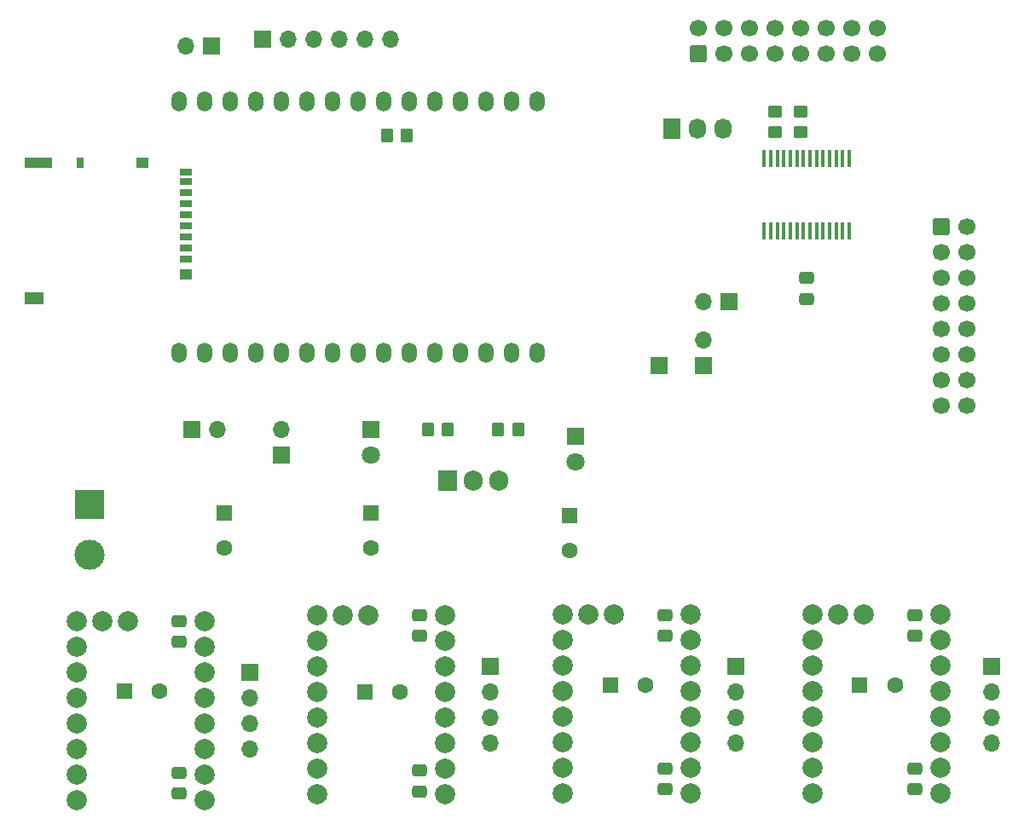
<source format=gbr>
%TF.GenerationSoftware,KiCad,Pcbnew,6.0.0-d3dd2cf0fa~116~ubuntu20.04.1*%
%TF.CreationDate,2022-01-03T23:27:22-03:00*%
%TF.ProjectId,CNC,434e432e-6b69-4636-9164-5f7063625858,1*%
%TF.SameCoordinates,Original*%
%TF.FileFunction,Soldermask,Top*%
%TF.FilePolarity,Negative*%
%FSLAX46Y46*%
G04 Gerber Fmt 4.6, Leading zero omitted, Abs format (unit mm)*
G04 Created by KiCad (PCBNEW 6.0.0-d3dd2cf0fa~116~ubuntu20.04.1) date 2022-01-03 23:27:22*
%MOMM*%
%LPD*%
G01*
G04 APERTURE LIST*
G04 Aperture macros list*
%AMRoundRect*
0 Rectangle with rounded corners*
0 $1 Rounding radius*
0 $2 $3 $4 $5 $6 $7 $8 $9 X,Y pos of 4 corners*
0 Add a 4 corners polygon primitive as box body*
4,1,4,$2,$3,$4,$5,$6,$7,$8,$9,$2,$3,0*
0 Add four circle primitives for the rounded corners*
1,1,$1+$1,$2,$3*
1,1,$1+$1,$4,$5*
1,1,$1+$1,$6,$7*
1,1,$1+$1,$8,$9*
0 Add four rect primitives between the rounded corners*
20,1,$1+$1,$2,$3,$4,$5,0*
20,1,$1+$1,$4,$5,$6,$7,0*
20,1,$1+$1,$6,$7,$8,$9,0*
20,1,$1+$1,$8,$9,$2,$3,0*%
G04 Aperture macros list end*
%ADD10O,1.500000X2.000000*%
%ADD11R,1.600000X1.600000*%
%ADD12C,1.600000*%
%ADD13R,1.905000X2.000000*%
%ADD14O,1.905000X2.000000*%
%ADD15RoundRect,0.250000X-0.450000X0.350000X-0.450000X-0.350000X0.450000X-0.350000X0.450000X0.350000X0*%
%ADD16R,1.800000X1.800000*%
%ADD17C,1.800000*%
%ADD18RoundRect,0.250000X-0.600000X-0.600000X0.600000X-0.600000X0.600000X0.600000X-0.600000X0.600000X0*%
%ADD19C,1.700000*%
%ADD20RoundRect,0.250000X-0.475000X0.337500X-0.475000X-0.337500X0.475000X-0.337500X0.475000X0.337500X0*%
%ADD21C,2.000000*%
%ADD22RoundRect,0.250000X-0.350000X-0.450000X0.350000X-0.450000X0.350000X0.450000X-0.350000X0.450000X0*%
%ADD23R,0.450000X1.750000*%
%ADD24R,1.700000X1.700000*%
%ADD25O,1.700000X1.700000*%
%ADD26RoundRect,0.250000X0.350000X0.450000X-0.350000X0.450000X-0.350000X-0.450000X0.350000X-0.450000X0*%
%ADD27R,3.000000X3.000000*%
%ADD28C,3.000000*%
%ADD29R,1.730000X2.030000*%
%ADD30O,1.730000X2.030000*%
%ADD31RoundRect,0.250000X0.600000X-0.600000X0.600000X0.600000X-0.600000X0.600000X-0.600000X-0.600000X0*%
%ADD32R,1.200000X0.700000*%
%ADD33R,0.800000X1.000000*%
%ADD34R,1.900000X1.300000*%
%ADD35R,1.200000X1.000000*%
%ADD36R,2.800000X1.000000*%
G04 APERTURE END LIST*
D10*
%TO.C,U2*%
X115505480Y-91262865D03*
X118045480Y-91262865D03*
X120585480Y-91262865D03*
X123125480Y-91262865D03*
X125665480Y-91262865D03*
X128205480Y-91262865D03*
X130745480Y-91262865D03*
X133285480Y-91262865D03*
X135825480Y-91262865D03*
X138365480Y-91262865D03*
X140905480Y-91262865D03*
X143445480Y-91262865D03*
X145985480Y-91262865D03*
X148525480Y-91262865D03*
X151065480Y-91262865D03*
X151065480Y-66262865D03*
X148525480Y-66262865D03*
X145985480Y-66262865D03*
X143445480Y-66262865D03*
X140905480Y-66262865D03*
X138365480Y-66262865D03*
X135825480Y-66262865D03*
X133285480Y-66262865D03*
X130745480Y-66262865D03*
X128205480Y-66262865D03*
X125665480Y-66262865D03*
X123125480Y-66262865D03*
X120585480Y-66262865D03*
X118045480Y-66262865D03*
X115505480Y-66262865D03*
%TD*%
D11*
%TO.C,C11*%
X158302829Y-124272865D03*
D12*
X161802829Y-124272865D03*
%TD*%
D13*
%TO.C,U1*%
X142175480Y-103962865D03*
D14*
X144715480Y-103962865D03*
X147255480Y-103962865D03*
%TD*%
D15*
%TO.C,R4*%
X177165000Y-67310000D03*
X177165000Y-69310000D03*
%TD*%
%TO.C,R5*%
X174625000Y-67310000D03*
X174625000Y-69310000D03*
%TD*%
D16*
%TO.C,D2*%
X154875480Y-99517865D03*
D17*
X154875480Y-102057865D03*
%TD*%
D11*
%TO.C,C3*%
X154240480Y-107390214D03*
D12*
X154240480Y-110890214D03*
%TD*%
D18*
%TO.C,J7*%
X191135000Y-78740000D03*
D19*
X193675000Y-78740000D03*
X191135000Y-81280000D03*
X193675000Y-81280000D03*
X191135000Y-83820000D03*
X193675000Y-83820000D03*
X191135000Y-86360000D03*
X193675000Y-86360000D03*
X191135000Y-88900000D03*
X193675000Y-88900000D03*
X191135000Y-91440000D03*
X193675000Y-91440000D03*
X191135000Y-93980000D03*
X193675000Y-93980000D03*
X191135000Y-96520000D03*
X193675000Y-96520000D03*
%TD*%
D20*
%TO.C,C7*%
X139383131Y-117297865D03*
X139383131Y-119372865D03*
%TD*%
D21*
%TO.C,U4*%
X178370480Y-117287865D03*
X178370480Y-119827865D03*
X178370480Y-122367865D03*
X178370480Y-124907865D03*
X178370480Y-127447865D03*
X178370480Y-129987865D03*
X178370480Y-132527865D03*
X178370480Y-135067865D03*
X191070480Y-135067865D03*
X191070480Y-132527865D03*
X191070480Y-129987865D03*
X191070480Y-127447865D03*
X191070480Y-124907865D03*
X191070480Y-122367865D03*
X191070480Y-119827865D03*
X191070480Y-117287865D03*
X183450480Y-117287865D03*
X180910480Y-117287865D03*
%TD*%
D22*
%TO.C,R3*%
X136095480Y-69672865D03*
X138095480Y-69672865D03*
%TD*%
D20*
%TO.C,C13*%
X163765480Y-132537865D03*
X163765480Y-134612865D03*
%TD*%
%TO.C,C8*%
X188530480Y-132537865D03*
X188530480Y-134612865D03*
%TD*%
D16*
%TO.C,D1*%
X134555480Y-98882865D03*
D17*
X134555480Y-101422865D03*
%TD*%
D23*
%TO.C,U7*%
X182025000Y-71965000D03*
X181375000Y-71965000D03*
X180725000Y-71965000D03*
X180075000Y-71965000D03*
X179425000Y-71965000D03*
X178775000Y-71965000D03*
X178125000Y-71965000D03*
X177475000Y-71965000D03*
X176825000Y-71965000D03*
X176175000Y-71965000D03*
X175525000Y-71965000D03*
X174875000Y-71965000D03*
X174225000Y-71965000D03*
X173575000Y-71965000D03*
X173575000Y-79165000D03*
X174225000Y-79165000D03*
X174875000Y-79165000D03*
X175525000Y-79165000D03*
X176175000Y-79165000D03*
X176825000Y-79165000D03*
X177475000Y-79165000D03*
X178125000Y-79165000D03*
X178775000Y-79165000D03*
X179425000Y-79165000D03*
X180075000Y-79165000D03*
X180725000Y-79165000D03*
X181375000Y-79165000D03*
X182025000Y-79165000D03*
%TD*%
D24*
%TO.C,JP2*%
X167575480Y-92537865D03*
D25*
X167575480Y-89997865D03*
%TD*%
D24*
%TO.C,MOT_Y1*%
X170750480Y-122377865D03*
D25*
X170750480Y-124917865D03*
X170750480Y-127457865D03*
X170750480Y-129997865D03*
%TD*%
D24*
%TO.C,MOT_Z1*%
X146368131Y-122387865D03*
D25*
X146368131Y-124927865D03*
X146368131Y-127467865D03*
X146368131Y-130007865D03*
%TD*%
D24*
%TO.C,J5*%
X118680480Y-60782865D03*
D25*
X116140480Y-60782865D03*
%TD*%
D21*
%TO.C,U6*%
X153605480Y-117287865D03*
X153605480Y-119827865D03*
X153605480Y-122367865D03*
X153605480Y-124907865D03*
X153605480Y-127447865D03*
X153605480Y-129987865D03*
X153605480Y-132527865D03*
X153605480Y-135067865D03*
X166305480Y-135067865D03*
X166305480Y-132527865D03*
X166305480Y-129987865D03*
X166305480Y-127447865D03*
X166305480Y-124907865D03*
X166305480Y-122367865D03*
X166305480Y-119827865D03*
X166305480Y-117287865D03*
X158685480Y-117287865D03*
X156145480Y-117287865D03*
%TD*%
D24*
%TO.C,J3*%
X123760480Y-60077865D03*
D25*
X126300480Y-60077865D03*
X128840480Y-60077865D03*
X131380480Y-60077865D03*
X133920480Y-60077865D03*
X136460480Y-60077865D03*
%TD*%
D26*
%TO.C,R1*%
X142175480Y-98882865D03*
X140175480Y-98882865D03*
%TD*%
D20*
%TO.C,C16*%
X177800000Y-83820000D03*
X177800000Y-85895000D03*
%TD*%
D24*
%TO.C,JP4*%
X125665480Y-101422865D03*
D25*
X125665480Y-98882865D03*
%TD*%
D27*
%TO.C,J1*%
X106615480Y-106330516D03*
D28*
X106615480Y-111330516D03*
%TD*%
D24*
%TO.C,MOT_A1*%
X122490480Y-123012865D03*
D25*
X122490480Y-125552865D03*
X122490480Y-128092865D03*
X122490480Y-130632865D03*
%TD*%
D11*
%TO.C,C2*%
X134555480Y-107137865D03*
D12*
X134555480Y-110637865D03*
%TD*%
D24*
%TO.C,J2*%
X163130480Y-92532865D03*
%TD*%
D20*
%TO.C,C14*%
X115505480Y-117922865D03*
X115505480Y-119997865D03*
%TD*%
%TO.C,C12*%
X115505480Y-132992865D03*
X115505480Y-135067865D03*
%TD*%
%TO.C,C15*%
X163765480Y-117297865D03*
X163765480Y-119372865D03*
%TD*%
D29*
%TO.C,J8*%
X164455000Y-69000000D03*
D30*
X166995000Y-69000000D03*
X169535000Y-69000000D03*
%TD*%
D22*
%TO.C,R2*%
X147160480Y-98882865D03*
X149160480Y-98882865D03*
%TD*%
D11*
%TO.C,C1*%
X119950480Y-107137865D03*
D12*
X119950480Y-110637865D03*
%TD*%
D31*
%TO.C,J6*%
X167005000Y-61540000D03*
D19*
X167005000Y-59000000D03*
X169545000Y-61540000D03*
X169545000Y-59000000D03*
X172085000Y-61540000D03*
X172085000Y-59000000D03*
X174625000Y-61540000D03*
X174625000Y-59000000D03*
X177165000Y-61540000D03*
X177165000Y-59000000D03*
X179705000Y-61540000D03*
X179705000Y-59000000D03*
X182245000Y-61540000D03*
X182245000Y-59000000D03*
X184785000Y-61540000D03*
X184785000Y-59000000D03*
%TD*%
D21*
%TO.C,U5*%
X105345480Y-117922865D03*
X105345480Y-120462865D03*
X105345480Y-123002865D03*
X105345480Y-125542865D03*
X105345480Y-128082865D03*
X105345480Y-130622865D03*
X105345480Y-133162865D03*
X105345480Y-135702865D03*
X118045480Y-135702865D03*
X118045480Y-133162865D03*
X118045480Y-130622865D03*
X118045480Y-128082865D03*
X118045480Y-125542865D03*
X118045480Y-123002865D03*
X118045480Y-120462865D03*
X118045480Y-117922865D03*
X110425480Y-117922865D03*
X107885480Y-117922865D03*
%TD*%
D20*
%TO.C,C9*%
X188530480Y-117297865D03*
X188530480Y-119372865D03*
%TD*%
%TO.C,C5*%
X139383131Y-132770365D03*
X139383131Y-134845365D03*
%TD*%
D11*
%TO.C,C6*%
X183067829Y-124272865D03*
D12*
X186567829Y-124272865D03*
%TD*%
D21*
%TO.C,U3*%
X129223131Y-117297865D03*
X129223131Y-119837865D03*
X129223131Y-122377865D03*
X129223131Y-124917865D03*
X129223131Y-127457865D03*
X129223131Y-129997865D03*
X129223131Y-132537865D03*
X129223131Y-135077865D03*
X141923131Y-135077865D03*
X141923131Y-132537865D03*
X141923131Y-129997865D03*
X141923131Y-127457865D03*
X141923131Y-124917865D03*
X141923131Y-122377865D03*
X141923131Y-119837865D03*
X141923131Y-117297865D03*
X134303131Y-117297865D03*
X131763131Y-117297865D03*
%TD*%
D11*
%TO.C,C4*%
X133920480Y-124917865D03*
D12*
X137420480Y-124917865D03*
%TD*%
D11*
%TO.C,C10*%
X110042829Y-124907865D03*
D12*
X113542829Y-124907865D03*
%TD*%
D32*
%TO.C,J4*%
X116170480Y-81942865D03*
X116170480Y-80842865D03*
X116170480Y-79742865D03*
X116170480Y-78642865D03*
X116170480Y-77542865D03*
X116170480Y-76442865D03*
X116170480Y-75342865D03*
X116170480Y-74242865D03*
X116170480Y-73292865D03*
D33*
X105670480Y-72342865D03*
D34*
X101070480Y-85842865D03*
D35*
X116170480Y-83492865D03*
X111870480Y-72342865D03*
D36*
X101520480Y-72342865D03*
%TD*%
D24*
%TO.C,JP1*%
X170115480Y-86182865D03*
D25*
X167575480Y-86182865D03*
%TD*%
D24*
%TO.C,MOT_X1*%
X196150480Y-122377865D03*
D25*
X196150480Y-124917865D03*
X196150480Y-127457865D03*
X196150480Y-129997865D03*
%TD*%
D24*
%TO.C,JP3*%
X116775480Y-98882865D03*
D25*
X119315480Y-98882865D03*
%TD*%
M02*

</source>
